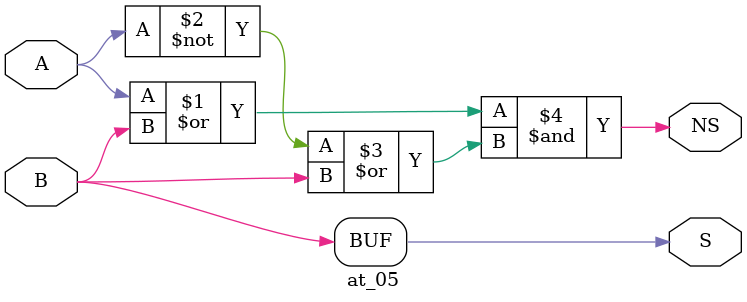
<source format=v>
module at_05(
    input A, B,
    output NS, S
);

assign NS = (A | B) & (~A | B); 
assign S = B;
    
endmodule
</source>
